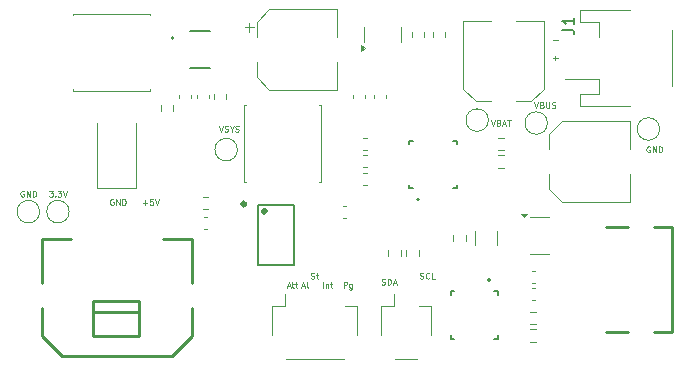
<source format=gbr>
%TF.GenerationSoftware,KiCad,Pcbnew,8.0.7*%
%TF.CreationDate,2025-01-06T14:24:51-08:00*%
%TF.ProjectId,motion-play-power,6d6f7469-6f6e-42d7-906c-61792d706f77,rev?*%
%TF.SameCoordinates,Original*%
%TF.FileFunction,Legend,Top*%
%TF.FilePolarity,Positive*%
%FSLAX46Y46*%
G04 Gerber Fmt 4.6, Leading zero omitted, Abs format (unit mm)*
G04 Created by KiCad (PCBNEW 8.0.7) date 2025-01-06 14:24:51*
%MOMM*%
%LPD*%
G01*
G04 APERTURE LIST*
%ADD10C,0.100000*%
%ADD11C,0.125000*%
%ADD12C,0.150000*%
%ADD13C,0.120000*%
%ADD14C,0.250000*%
%ADD15C,0.127000*%
%ADD16C,0.200000*%
%ADD17C,0.300000*%
G04 APERTURE END LIST*
D10*
X137934836Y-96243133D02*
X138315789Y-96243133D01*
X138125312Y-96433609D02*
X138125312Y-96052657D01*
X138791979Y-95933609D02*
X138553884Y-95933609D01*
X138553884Y-95933609D02*
X138530075Y-96171704D01*
X138530075Y-96171704D02*
X138553884Y-96147895D01*
X138553884Y-96147895D02*
X138601503Y-96124085D01*
X138601503Y-96124085D02*
X138720551Y-96124085D01*
X138720551Y-96124085D02*
X138768170Y-96147895D01*
X138768170Y-96147895D02*
X138791979Y-96171704D01*
X138791979Y-96171704D02*
X138815789Y-96219323D01*
X138815789Y-96219323D02*
X138815789Y-96338371D01*
X138815789Y-96338371D02*
X138791979Y-96385990D01*
X138791979Y-96385990D02*
X138768170Y-96409800D01*
X138768170Y-96409800D02*
X138720551Y-96433609D01*
X138720551Y-96433609D02*
X138601503Y-96433609D01*
X138601503Y-96433609D02*
X138553884Y-96409800D01*
X138553884Y-96409800D02*
X138530075Y-96385990D01*
X138958646Y-95933609D02*
X139125312Y-96433609D01*
X139125312Y-96433609D02*
X139291979Y-95933609D01*
X135446741Y-95957419D02*
X135399122Y-95933609D01*
X135399122Y-95933609D02*
X135327693Y-95933609D01*
X135327693Y-95933609D02*
X135256265Y-95957419D01*
X135256265Y-95957419D02*
X135208646Y-96005038D01*
X135208646Y-96005038D02*
X135184836Y-96052657D01*
X135184836Y-96052657D02*
X135161027Y-96147895D01*
X135161027Y-96147895D02*
X135161027Y-96219323D01*
X135161027Y-96219323D02*
X135184836Y-96314561D01*
X135184836Y-96314561D02*
X135208646Y-96362180D01*
X135208646Y-96362180D02*
X135256265Y-96409800D01*
X135256265Y-96409800D02*
X135327693Y-96433609D01*
X135327693Y-96433609D02*
X135375312Y-96433609D01*
X135375312Y-96433609D02*
X135446741Y-96409800D01*
X135446741Y-96409800D02*
X135470550Y-96385990D01*
X135470550Y-96385990D02*
X135470550Y-96219323D01*
X135470550Y-96219323D02*
X135375312Y-96219323D01*
X135684836Y-96433609D02*
X135684836Y-95933609D01*
X135684836Y-95933609D02*
X135970550Y-96433609D01*
X135970550Y-96433609D02*
X135970550Y-95933609D01*
X136208646Y-96433609D02*
X136208646Y-95933609D01*
X136208646Y-95933609D02*
X136327694Y-95933609D01*
X136327694Y-95933609D02*
X136399122Y-95957419D01*
X136399122Y-95957419D02*
X136446741Y-96005038D01*
X136446741Y-96005038D02*
X136470551Y-96052657D01*
X136470551Y-96052657D02*
X136494360Y-96147895D01*
X136494360Y-96147895D02*
X136494360Y-96219323D01*
X136494360Y-96219323D02*
X136470551Y-96314561D01*
X136470551Y-96314561D02*
X136446741Y-96362180D01*
X136446741Y-96362180D02*
X136399122Y-96409800D01*
X136399122Y-96409800D02*
X136327694Y-96433609D01*
X136327694Y-96433609D02*
X136208646Y-96433609D01*
X172684836Y-82493133D02*
X173065789Y-82493133D01*
X172684836Y-83993133D02*
X173065789Y-83993133D01*
X172875312Y-84183609D02*
X172875312Y-83802657D01*
X161411027Y-102659800D02*
X161482455Y-102683609D01*
X161482455Y-102683609D02*
X161601503Y-102683609D01*
X161601503Y-102683609D02*
X161649122Y-102659800D01*
X161649122Y-102659800D02*
X161672931Y-102635990D01*
X161672931Y-102635990D02*
X161696741Y-102588371D01*
X161696741Y-102588371D02*
X161696741Y-102540752D01*
X161696741Y-102540752D02*
X161672931Y-102493133D01*
X161672931Y-102493133D02*
X161649122Y-102469323D01*
X161649122Y-102469323D02*
X161601503Y-102445514D01*
X161601503Y-102445514D02*
X161506265Y-102421704D01*
X161506265Y-102421704D02*
X161458646Y-102397895D01*
X161458646Y-102397895D02*
X161434836Y-102374085D01*
X161434836Y-102374085D02*
X161411027Y-102326466D01*
X161411027Y-102326466D02*
X161411027Y-102278847D01*
X161411027Y-102278847D02*
X161434836Y-102231228D01*
X161434836Y-102231228D02*
X161458646Y-102207419D01*
X161458646Y-102207419D02*
X161506265Y-102183609D01*
X161506265Y-102183609D02*
X161625312Y-102183609D01*
X161625312Y-102183609D02*
X161696741Y-102207419D01*
X162196740Y-102635990D02*
X162172931Y-102659800D01*
X162172931Y-102659800D02*
X162101502Y-102683609D01*
X162101502Y-102683609D02*
X162053883Y-102683609D01*
X162053883Y-102683609D02*
X161982455Y-102659800D01*
X161982455Y-102659800D02*
X161934836Y-102612180D01*
X161934836Y-102612180D02*
X161911026Y-102564561D01*
X161911026Y-102564561D02*
X161887217Y-102469323D01*
X161887217Y-102469323D02*
X161887217Y-102397895D01*
X161887217Y-102397895D02*
X161911026Y-102302657D01*
X161911026Y-102302657D02*
X161934836Y-102255038D01*
X161934836Y-102255038D02*
X161982455Y-102207419D01*
X161982455Y-102207419D02*
X162053883Y-102183609D01*
X162053883Y-102183609D02*
X162101502Y-102183609D01*
X162101502Y-102183609D02*
X162172931Y-102207419D01*
X162172931Y-102207419D02*
X162196740Y-102231228D01*
X162649121Y-102683609D02*
X162411026Y-102683609D01*
X162411026Y-102683609D02*
X162411026Y-102183609D01*
X158161027Y-103159800D02*
X158232455Y-103183609D01*
X158232455Y-103183609D02*
X158351503Y-103183609D01*
X158351503Y-103183609D02*
X158399122Y-103159800D01*
X158399122Y-103159800D02*
X158422931Y-103135990D01*
X158422931Y-103135990D02*
X158446741Y-103088371D01*
X158446741Y-103088371D02*
X158446741Y-103040752D01*
X158446741Y-103040752D02*
X158422931Y-102993133D01*
X158422931Y-102993133D02*
X158399122Y-102969323D01*
X158399122Y-102969323D02*
X158351503Y-102945514D01*
X158351503Y-102945514D02*
X158256265Y-102921704D01*
X158256265Y-102921704D02*
X158208646Y-102897895D01*
X158208646Y-102897895D02*
X158184836Y-102874085D01*
X158184836Y-102874085D02*
X158161027Y-102826466D01*
X158161027Y-102826466D02*
X158161027Y-102778847D01*
X158161027Y-102778847D02*
X158184836Y-102731228D01*
X158184836Y-102731228D02*
X158208646Y-102707419D01*
X158208646Y-102707419D02*
X158256265Y-102683609D01*
X158256265Y-102683609D02*
X158375312Y-102683609D01*
X158375312Y-102683609D02*
X158446741Y-102707419D01*
X158661026Y-103183609D02*
X158661026Y-102683609D01*
X158661026Y-102683609D02*
X158780074Y-102683609D01*
X158780074Y-102683609D02*
X158851502Y-102707419D01*
X158851502Y-102707419D02*
X158899121Y-102755038D01*
X158899121Y-102755038D02*
X158922931Y-102802657D01*
X158922931Y-102802657D02*
X158946740Y-102897895D01*
X158946740Y-102897895D02*
X158946740Y-102969323D01*
X158946740Y-102969323D02*
X158922931Y-103064561D01*
X158922931Y-103064561D02*
X158899121Y-103112180D01*
X158899121Y-103112180D02*
X158851502Y-103159800D01*
X158851502Y-103159800D02*
X158780074Y-103183609D01*
X158780074Y-103183609D02*
X158661026Y-103183609D01*
X159137217Y-103040752D02*
X159375312Y-103040752D01*
X159089598Y-103183609D02*
X159256264Y-102683609D01*
X159256264Y-102683609D02*
X159422931Y-103183609D01*
X154934836Y-103433609D02*
X154934836Y-102933609D01*
X154934836Y-102933609D02*
X155125312Y-102933609D01*
X155125312Y-102933609D02*
X155172931Y-102957419D01*
X155172931Y-102957419D02*
X155196741Y-102981228D01*
X155196741Y-102981228D02*
X155220550Y-103028847D01*
X155220550Y-103028847D02*
X155220550Y-103100276D01*
X155220550Y-103100276D02*
X155196741Y-103147895D01*
X155196741Y-103147895D02*
X155172931Y-103171704D01*
X155172931Y-103171704D02*
X155125312Y-103195514D01*
X155125312Y-103195514D02*
X154934836Y-103195514D01*
X155649122Y-103100276D02*
X155649122Y-103505038D01*
X155649122Y-103505038D02*
X155625312Y-103552657D01*
X155625312Y-103552657D02*
X155601503Y-103576466D01*
X155601503Y-103576466D02*
X155553884Y-103600276D01*
X155553884Y-103600276D02*
X155482455Y-103600276D01*
X155482455Y-103600276D02*
X155434836Y-103576466D01*
X155649122Y-103409800D02*
X155601503Y-103433609D01*
X155601503Y-103433609D02*
X155506265Y-103433609D01*
X155506265Y-103433609D02*
X155458646Y-103409800D01*
X155458646Y-103409800D02*
X155434836Y-103385990D01*
X155434836Y-103385990D02*
X155411027Y-103338371D01*
X155411027Y-103338371D02*
X155411027Y-103195514D01*
X155411027Y-103195514D02*
X155434836Y-103147895D01*
X155434836Y-103147895D02*
X155458646Y-103124085D01*
X155458646Y-103124085D02*
X155506265Y-103100276D01*
X155506265Y-103100276D02*
X155601503Y-103100276D01*
X155601503Y-103100276D02*
X155649122Y-103124085D01*
X153184836Y-103433609D02*
X153184836Y-102933609D01*
X153422931Y-103100276D02*
X153422931Y-103433609D01*
X153422931Y-103147895D02*
X153446741Y-103124085D01*
X153446741Y-103124085D02*
X153494360Y-103100276D01*
X153494360Y-103100276D02*
X153565788Y-103100276D01*
X153565788Y-103100276D02*
X153613407Y-103124085D01*
X153613407Y-103124085D02*
X153637217Y-103171704D01*
X153637217Y-103171704D02*
X153637217Y-103433609D01*
X153803884Y-103100276D02*
X153994360Y-103100276D01*
X153875312Y-102933609D02*
X153875312Y-103362180D01*
X153875312Y-103362180D02*
X153899122Y-103409800D01*
X153899122Y-103409800D02*
X153946741Y-103433609D01*
X153946741Y-103433609D02*
X153994360Y-103433609D01*
X152161027Y-102659800D02*
X152232455Y-102683609D01*
X152232455Y-102683609D02*
X152351503Y-102683609D01*
X152351503Y-102683609D02*
X152399122Y-102659800D01*
X152399122Y-102659800D02*
X152422931Y-102635990D01*
X152422931Y-102635990D02*
X152446741Y-102588371D01*
X152446741Y-102588371D02*
X152446741Y-102540752D01*
X152446741Y-102540752D02*
X152422931Y-102493133D01*
X152422931Y-102493133D02*
X152399122Y-102469323D01*
X152399122Y-102469323D02*
X152351503Y-102445514D01*
X152351503Y-102445514D02*
X152256265Y-102421704D01*
X152256265Y-102421704D02*
X152208646Y-102397895D01*
X152208646Y-102397895D02*
X152184836Y-102374085D01*
X152184836Y-102374085D02*
X152161027Y-102326466D01*
X152161027Y-102326466D02*
X152161027Y-102278847D01*
X152161027Y-102278847D02*
X152184836Y-102231228D01*
X152184836Y-102231228D02*
X152208646Y-102207419D01*
X152208646Y-102207419D02*
X152256265Y-102183609D01*
X152256265Y-102183609D02*
X152375312Y-102183609D01*
X152375312Y-102183609D02*
X152446741Y-102207419D01*
X152589598Y-102350276D02*
X152780074Y-102350276D01*
X152661026Y-102183609D02*
X152661026Y-102612180D01*
X152661026Y-102612180D02*
X152684836Y-102659800D01*
X152684836Y-102659800D02*
X152732455Y-102683609D01*
X152732455Y-102683609D02*
X152780074Y-102683609D01*
X151411027Y-103290752D02*
X151649122Y-103290752D01*
X151363408Y-103433609D02*
X151530074Y-102933609D01*
X151530074Y-102933609D02*
X151696741Y-103433609D01*
X151934836Y-103433609D02*
X151887217Y-103409800D01*
X151887217Y-103409800D02*
X151863407Y-103362180D01*
X151863407Y-103362180D02*
X151863407Y-102933609D01*
X150161027Y-103290752D02*
X150399122Y-103290752D01*
X150113408Y-103433609D02*
X150280074Y-102933609D01*
X150280074Y-102933609D02*
X150446741Y-103433609D01*
X150541979Y-103100276D02*
X150732455Y-103100276D01*
X150613407Y-102933609D02*
X150613407Y-103362180D01*
X150613407Y-103362180D02*
X150637217Y-103409800D01*
X150637217Y-103409800D02*
X150684836Y-103433609D01*
X150684836Y-103433609D02*
X150732455Y-103433609D01*
X150827693Y-103100276D02*
X151018169Y-103100276D01*
X150899121Y-102933609D02*
X150899121Y-103362180D01*
X150899121Y-103362180D02*
X150922931Y-103409800D01*
X150922931Y-103409800D02*
X150970550Y-103433609D01*
X150970550Y-103433609D02*
X151018169Y-103433609D01*
D11*
X180869047Y-91498619D02*
X180821428Y-91474809D01*
X180821428Y-91474809D02*
X180749999Y-91474809D01*
X180749999Y-91474809D02*
X180678571Y-91498619D01*
X180678571Y-91498619D02*
X180630952Y-91546238D01*
X180630952Y-91546238D02*
X180607142Y-91593857D01*
X180607142Y-91593857D02*
X180583333Y-91689095D01*
X180583333Y-91689095D02*
X180583333Y-91760523D01*
X180583333Y-91760523D02*
X180607142Y-91855761D01*
X180607142Y-91855761D02*
X180630952Y-91903380D01*
X180630952Y-91903380D02*
X180678571Y-91951000D01*
X180678571Y-91951000D02*
X180749999Y-91974809D01*
X180749999Y-91974809D02*
X180797618Y-91974809D01*
X180797618Y-91974809D02*
X180869047Y-91951000D01*
X180869047Y-91951000D02*
X180892856Y-91927190D01*
X180892856Y-91927190D02*
X180892856Y-91760523D01*
X180892856Y-91760523D02*
X180797618Y-91760523D01*
X181107142Y-91974809D02*
X181107142Y-91474809D01*
X181107142Y-91474809D02*
X181392856Y-91974809D01*
X181392856Y-91974809D02*
X181392856Y-91474809D01*
X181630952Y-91974809D02*
X181630952Y-91474809D01*
X181630952Y-91474809D02*
X181750000Y-91474809D01*
X181750000Y-91474809D02*
X181821428Y-91498619D01*
X181821428Y-91498619D02*
X181869047Y-91546238D01*
X181869047Y-91546238D02*
X181892857Y-91593857D01*
X181892857Y-91593857D02*
X181916666Y-91689095D01*
X181916666Y-91689095D02*
X181916666Y-91760523D01*
X181916666Y-91760523D02*
X181892857Y-91855761D01*
X181892857Y-91855761D02*
X181869047Y-91903380D01*
X181869047Y-91903380D02*
X181821428Y-91951000D01*
X181821428Y-91951000D02*
X181750000Y-91974809D01*
X181750000Y-91974809D02*
X181630952Y-91974809D01*
D12*
X173454819Y-81583333D02*
X174169104Y-81583333D01*
X174169104Y-81583333D02*
X174311961Y-81630952D01*
X174311961Y-81630952D02*
X174407200Y-81726190D01*
X174407200Y-81726190D02*
X174454819Y-81869047D01*
X174454819Y-81869047D02*
X174454819Y-81964285D01*
X174454819Y-80583333D02*
X174454819Y-81154761D01*
X174454819Y-80869047D02*
X173454819Y-80869047D01*
X173454819Y-80869047D02*
X173597676Y-80964285D01*
X173597676Y-80964285D02*
X173692914Y-81059523D01*
X173692914Y-81059523D02*
X173740533Y-81154761D01*
D11*
X171083334Y-87724809D02*
X171250000Y-88224809D01*
X171250000Y-88224809D02*
X171416667Y-87724809D01*
X171750000Y-87962904D02*
X171821428Y-87986714D01*
X171821428Y-87986714D02*
X171845238Y-88010523D01*
X171845238Y-88010523D02*
X171869047Y-88058142D01*
X171869047Y-88058142D02*
X171869047Y-88129571D01*
X171869047Y-88129571D02*
X171845238Y-88177190D01*
X171845238Y-88177190D02*
X171821428Y-88201000D01*
X171821428Y-88201000D02*
X171773809Y-88224809D01*
X171773809Y-88224809D02*
X171583333Y-88224809D01*
X171583333Y-88224809D02*
X171583333Y-87724809D01*
X171583333Y-87724809D02*
X171750000Y-87724809D01*
X171750000Y-87724809D02*
X171797619Y-87748619D01*
X171797619Y-87748619D02*
X171821428Y-87772428D01*
X171821428Y-87772428D02*
X171845238Y-87820047D01*
X171845238Y-87820047D02*
X171845238Y-87867666D01*
X171845238Y-87867666D02*
X171821428Y-87915285D01*
X171821428Y-87915285D02*
X171797619Y-87939095D01*
X171797619Y-87939095D02*
X171750000Y-87962904D01*
X171750000Y-87962904D02*
X171583333Y-87962904D01*
X172083333Y-87724809D02*
X172083333Y-88129571D01*
X172083333Y-88129571D02*
X172107143Y-88177190D01*
X172107143Y-88177190D02*
X172130952Y-88201000D01*
X172130952Y-88201000D02*
X172178571Y-88224809D01*
X172178571Y-88224809D02*
X172273809Y-88224809D01*
X172273809Y-88224809D02*
X172321428Y-88201000D01*
X172321428Y-88201000D02*
X172345238Y-88177190D01*
X172345238Y-88177190D02*
X172369047Y-88129571D01*
X172369047Y-88129571D02*
X172369047Y-87724809D01*
X172583334Y-88201000D02*
X172654762Y-88224809D01*
X172654762Y-88224809D02*
X172773810Y-88224809D01*
X172773810Y-88224809D02*
X172821429Y-88201000D01*
X172821429Y-88201000D02*
X172845238Y-88177190D01*
X172845238Y-88177190D02*
X172869048Y-88129571D01*
X172869048Y-88129571D02*
X172869048Y-88081952D01*
X172869048Y-88081952D02*
X172845238Y-88034333D01*
X172845238Y-88034333D02*
X172821429Y-88010523D01*
X172821429Y-88010523D02*
X172773810Y-87986714D01*
X172773810Y-87986714D02*
X172678572Y-87962904D01*
X172678572Y-87962904D02*
X172630953Y-87939095D01*
X172630953Y-87939095D02*
X172607143Y-87915285D01*
X172607143Y-87915285D02*
X172583334Y-87867666D01*
X172583334Y-87867666D02*
X172583334Y-87820047D01*
X172583334Y-87820047D02*
X172607143Y-87772428D01*
X172607143Y-87772428D02*
X172630953Y-87748619D01*
X172630953Y-87748619D02*
X172678572Y-87724809D01*
X172678572Y-87724809D02*
X172797619Y-87724809D01*
X172797619Y-87724809D02*
X172869048Y-87748619D01*
X167428572Y-89224809D02*
X167595238Y-89724809D01*
X167595238Y-89724809D02*
X167761905Y-89224809D01*
X168095238Y-89462904D02*
X168166666Y-89486714D01*
X168166666Y-89486714D02*
X168190476Y-89510523D01*
X168190476Y-89510523D02*
X168214285Y-89558142D01*
X168214285Y-89558142D02*
X168214285Y-89629571D01*
X168214285Y-89629571D02*
X168190476Y-89677190D01*
X168190476Y-89677190D02*
X168166666Y-89701000D01*
X168166666Y-89701000D02*
X168119047Y-89724809D01*
X168119047Y-89724809D02*
X167928571Y-89724809D01*
X167928571Y-89724809D02*
X167928571Y-89224809D01*
X167928571Y-89224809D02*
X168095238Y-89224809D01*
X168095238Y-89224809D02*
X168142857Y-89248619D01*
X168142857Y-89248619D02*
X168166666Y-89272428D01*
X168166666Y-89272428D02*
X168190476Y-89320047D01*
X168190476Y-89320047D02*
X168190476Y-89367666D01*
X168190476Y-89367666D02*
X168166666Y-89415285D01*
X168166666Y-89415285D02*
X168142857Y-89439095D01*
X168142857Y-89439095D02*
X168095238Y-89462904D01*
X168095238Y-89462904D02*
X167928571Y-89462904D01*
X168404762Y-89581952D02*
X168642857Y-89581952D01*
X168357143Y-89724809D02*
X168523809Y-89224809D01*
X168523809Y-89224809D02*
X168690476Y-89724809D01*
X168785714Y-89224809D02*
X169071428Y-89224809D01*
X168928571Y-89724809D02*
X168928571Y-89224809D01*
X130011905Y-95224809D02*
X130321429Y-95224809D01*
X130321429Y-95224809D02*
X130154762Y-95415285D01*
X130154762Y-95415285D02*
X130226191Y-95415285D01*
X130226191Y-95415285D02*
X130273810Y-95439095D01*
X130273810Y-95439095D02*
X130297619Y-95462904D01*
X130297619Y-95462904D02*
X130321429Y-95510523D01*
X130321429Y-95510523D02*
X130321429Y-95629571D01*
X130321429Y-95629571D02*
X130297619Y-95677190D01*
X130297619Y-95677190D02*
X130273810Y-95701000D01*
X130273810Y-95701000D02*
X130226191Y-95724809D01*
X130226191Y-95724809D02*
X130083334Y-95724809D01*
X130083334Y-95724809D02*
X130035715Y-95701000D01*
X130035715Y-95701000D02*
X130011905Y-95677190D01*
X130535714Y-95677190D02*
X130559524Y-95701000D01*
X130559524Y-95701000D02*
X130535714Y-95724809D01*
X130535714Y-95724809D02*
X130511905Y-95701000D01*
X130511905Y-95701000D02*
X130535714Y-95677190D01*
X130535714Y-95677190D02*
X130535714Y-95724809D01*
X130726190Y-95224809D02*
X131035714Y-95224809D01*
X131035714Y-95224809D02*
X130869047Y-95415285D01*
X130869047Y-95415285D02*
X130940476Y-95415285D01*
X130940476Y-95415285D02*
X130988095Y-95439095D01*
X130988095Y-95439095D02*
X131011904Y-95462904D01*
X131011904Y-95462904D02*
X131035714Y-95510523D01*
X131035714Y-95510523D02*
X131035714Y-95629571D01*
X131035714Y-95629571D02*
X131011904Y-95677190D01*
X131011904Y-95677190D02*
X130988095Y-95701000D01*
X130988095Y-95701000D02*
X130940476Y-95724809D01*
X130940476Y-95724809D02*
X130797619Y-95724809D01*
X130797619Y-95724809D02*
X130750000Y-95701000D01*
X130750000Y-95701000D02*
X130726190Y-95677190D01*
X131178571Y-95224809D02*
X131345237Y-95724809D01*
X131345237Y-95724809D02*
X131511904Y-95224809D01*
X127869047Y-95248619D02*
X127821428Y-95224809D01*
X127821428Y-95224809D02*
X127749999Y-95224809D01*
X127749999Y-95224809D02*
X127678571Y-95248619D01*
X127678571Y-95248619D02*
X127630952Y-95296238D01*
X127630952Y-95296238D02*
X127607142Y-95343857D01*
X127607142Y-95343857D02*
X127583333Y-95439095D01*
X127583333Y-95439095D02*
X127583333Y-95510523D01*
X127583333Y-95510523D02*
X127607142Y-95605761D01*
X127607142Y-95605761D02*
X127630952Y-95653380D01*
X127630952Y-95653380D02*
X127678571Y-95701000D01*
X127678571Y-95701000D02*
X127749999Y-95724809D01*
X127749999Y-95724809D02*
X127797618Y-95724809D01*
X127797618Y-95724809D02*
X127869047Y-95701000D01*
X127869047Y-95701000D02*
X127892856Y-95677190D01*
X127892856Y-95677190D02*
X127892856Y-95510523D01*
X127892856Y-95510523D02*
X127797618Y-95510523D01*
X128107142Y-95724809D02*
X128107142Y-95224809D01*
X128107142Y-95224809D02*
X128392856Y-95724809D01*
X128392856Y-95724809D02*
X128392856Y-95224809D01*
X128630952Y-95724809D02*
X128630952Y-95224809D01*
X128630952Y-95224809D02*
X128750000Y-95224809D01*
X128750000Y-95224809D02*
X128821428Y-95248619D01*
X128821428Y-95248619D02*
X128869047Y-95296238D01*
X128869047Y-95296238D02*
X128892857Y-95343857D01*
X128892857Y-95343857D02*
X128916666Y-95439095D01*
X128916666Y-95439095D02*
X128916666Y-95510523D01*
X128916666Y-95510523D02*
X128892857Y-95605761D01*
X128892857Y-95605761D02*
X128869047Y-95653380D01*
X128869047Y-95653380D02*
X128821428Y-95701000D01*
X128821428Y-95701000D02*
X128750000Y-95724809D01*
X128750000Y-95724809D02*
X128630952Y-95724809D01*
X144392858Y-89724809D02*
X144559524Y-90224809D01*
X144559524Y-90224809D02*
X144726191Y-89724809D01*
X144869048Y-90201000D02*
X144940476Y-90224809D01*
X144940476Y-90224809D02*
X145059524Y-90224809D01*
X145059524Y-90224809D02*
X145107143Y-90201000D01*
X145107143Y-90201000D02*
X145130952Y-90177190D01*
X145130952Y-90177190D02*
X145154762Y-90129571D01*
X145154762Y-90129571D02*
X145154762Y-90081952D01*
X145154762Y-90081952D02*
X145130952Y-90034333D01*
X145130952Y-90034333D02*
X145107143Y-90010523D01*
X145107143Y-90010523D02*
X145059524Y-89986714D01*
X145059524Y-89986714D02*
X144964286Y-89962904D01*
X144964286Y-89962904D02*
X144916667Y-89939095D01*
X144916667Y-89939095D02*
X144892857Y-89915285D01*
X144892857Y-89915285D02*
X144869048Y-89867666D01*
X144869048Y-89867666D02*
X144869048Y-89820047D01*
X144869048Y-89820047D02*
X144892857Y-89772428D01*
X144892857Y-89772428D02*
X144916667Y-89748619D01*
X144916667Y-89748619D02*
X144964286Y-89724809D01*
X144964286Y-89724809D02*
X145083333Y-89724809D01*
X145083333Y-89724809D02*
X145154762Y-89748619D01*
X145464285Y-89986714D02*
X145464285Y-90224809D01*
X145297619Y-89724809D02*
X145464285Y-89986714D01*
X145464285Y-89986714D02*
X145630952Y-89724809D01*
X145773809Y-90201000D02*
X145845237Y-90224809D01*
X145845237Y-90224809D02*
X145964285Y-90224809D01*
X145964285Y-90224809D02*
X146011904Y-90201000D01*
X146011904Y-90201000D02*
X146035713Y-90177190D01*
X146035713Y-90177190D02*
X146059523Y-90129571D01*
X146059523Y-90129571D02*
X146059523Y-90081952D01*
X146059523Y-90081952D02*
X146035713Y-90034333D01*
X146035713Y-90034333D02*
X146011904Y-90010523D01*
X146011904Y-90010523D02*
X145964285Y-89986714D01*
X145964285Y-89986714D02*
X145869047Y-89962904D01*
X145869047Y-89962904D02*
X145821428Y-89939095D01*
X145821428Y-89939095D02*
X145797618Y-89915285D01*
X145797618Y-89915285D02*
X145773809Y-89867666D01*
X145773809Y-89867666D02*
X145773809Y-89820047D01*
X145773809Y-89820047D02*
X145797618Y-89772428D01*
X145797618Y-89772428D02*
X145821428Y-89748619D01*
X145821428Y-89748619D02*
X145869047Y-89724809D01*
X145869047Y-89724809D02*
X145988094Y-89724809D01*
X145988094Y-89724809D02*
X146059523Y-89748619D01*
D13*
%TO.C,R5*%
X164227500Y-99487258D02*
X164227500Y-99012742D01*
X165272500Y-99487258D02*
X165272500Y-99012742D01*
%TO.C,GND*%
X181700000Y-90000000D02*
G75*
G02*
X179800000Y-90000000I-950000J0D01*
G01*
X179800000Y-90000000D02*
G75*
G02*
X181700000Y-90000000I950000J0D01*
G01*
%TO.C,C9*%
X142490000Y-87390580D02*
X142490000Y-87109420D01*
X143510000Y-87390580D02*
X143510000Y-87109420D01*
%TO.C,R2*%
X171237258Y-105477500D02*
X170762742Y-105477500D01*
X171237258Y-106522500D02*
X170762742Y-106522500D01*
D14*
%TO.C,USBC1*%
X179012500Y-98280000D02*
X177152500Y-98280000D01*
X179012500Y-107220000D02*
X177152500Y-107220000D01*
X182732500Y-98280000D02*
X181252500Y-98280000D01*
X182732500Y-98280000D02*
X182732500Y-107220000D01*
X182732500Y-107220000D02*
X181252500Y-107220000D01*
D13*
%TO.C,C12*%
X143109420Y-97490000D02*
X143390580Y-97490000D01*
X143109420Y-98510000D02*
X143390580Y-98510000D01*
%TO.C,U2*%
X171500000Y-97440000D02*
X170700000Y-97440000D01*
X171500000Y-97440000D02*
X172300000Y-97440000D01*
X171500000Y-100560000D02*
X170700000Y-100560000D01*
X171500000Y-100560000D02*
X172300000Y-100560000D01*
X170200000Y-97490000D02*
X169960000Y-97160000D01*
X170440000Y-97160000D01*
X170200000Y-97490000D01*
G36*
X170200000Y-97490000D02*
G01*
X169960000Y-97160000D01*
X170440000Y-97160000D01*
X170200000Y-97490000D01*
G37*
%TO.C,R11*%
X143487258Y-95727500D02*
X143012742Y-95727500D01*
X143487258Y-96772500D02*
X143012742Y-96772500D01*
%TO.C,C3*%
X156890580Y-90740000D02*
X156609420Y-90740000D01*
X156890580Y-91760000D02*
X156609420Y-91760000D01*
%TO.C,C13*%
X165090000Y-80840000D02*
X167440000Y-80840000D01*
X165090000Y-86595563D02*
X165090000Y-80840000D01*
X166154437Y-87660000D02*
X165090000Y-86595563D01*
X166154437Y-87660000D02*
X167440000Y-87660000D01*
X170845563Y-87660000D02*
X169560000Y-87660000D01*
X170845563Y-87660000D02*
X171910000Y-86595563D01*
X171910000Y-80840000D02*
X169560000Y-80840000D01*
X171910000Y-86595563D02*
X171910000Y-80840000D01*
%TO.C,L1*%
X146490000Y-87990000D02*
X146640000Y-87990000D01*
X146490000Y-94510000D02*
X146490000Y-87990000D01*
X146490000Y-94510000D02*
X146640000Y-94510000D01*
X153010000Y-87990000D02*
X152860000Y-87990000D01*
X153010000Y-94510000D02*
X152860000Y-94510000D01*
X153010000Y-94510000D02*
X153010000Y-87990000D01*
%TO.C,C6*%
X157490000Y-87109420D02*
X157490000Y-87390580D01*
X158510000Y-87109420D02*
X158510000Y-87390580D01*
%TO.C,J1*%
X174940000Y-79940000D02*
X174940000Y-80960000D01*
X174940000Y-80960000D02*
X176540000Y-80960000D01*
X174940000Y-87040000D02*
X176540000Y-87040000D01*
X174940000Y-88060000D02*
X174940000Y-87040000D01*
X176540000Y-80960000D02*
X176540000Y-82240000D01*
X176540000Y-85760000D02*
X173650000Y-85760000D01*
X176540000Y-87040000D02*
X176540000Y-85760000D01*
X179190000Y-79940000D02*
X174940000Y-79940000D01*
X179190000Y-88060000D02*
X174940000Y-88060000D01*
X182760000Y-86340000D02*
X182760000Y-81660000D01*
%TO.C,D1*%
X137400000Y-95010000D02*
X137400000Y-89500000D01*
X134100000Y-95010000D02*
X137400000Y-95010000D01*
X134100000Y-95010000D02*
X134100000Y-89500000D01*
%TO.C,R9*%
X143977500Y-87012742D02*
X143977500Y-87487258D01*
X145022500Y-87012742D02*
X145022500Y-87487258D01*
%TO.C,J4*%
X148890000Y-104965000D02*
X149940000Y-104965000D01*
X148890000Y-107465000D02*
X148890000Y-104965000D01*
X149940000Y-104965000D02*
X149940000Y-103975000D01*
X150060000Y-109435000D02*
X154940000Y-109435000D01*
X156110000Y-104965000D02*
X155060000Y-104965000D01*
X156110000Y-107465000D02*
X156110000Y-104965000D01*
%TO.C,R6*%
X168487258Y-92227500D02*
X168012742Y-92227500D01*
X168487258Y-93272500D02*
X168012742Y-93272500D01*
%TO.C,R10*%
X139477500Y-88487258D02*
X139477500Y-88012742D01*
X140522500Y-88487258D02*
X140522500Y-88012742D01*
%TO.C,TH1*%
X168487258Y-90727500D02*
X168012742Y-90727500D01*
X168487258Y-91772500D02*
X168012742Y-91772500D01*
%TO.C,C1*%
X170859420Y-101990000D02*
X171140580Y-101990000D01*
X170859420Y-103010000D02*
X171140580Y-103010000D01*
D15*
%TO.C,U3*%
X160500000Y-91000000D02*
X160500000Y-91295000D01*
X160500000Y-91000000D02*
X160795000Y-91000000D01*
X160500000Y-95000000D02*
X160500000Y-94705000D01*
X160500000Y-95000000D02*
X160795000Y-95000000D01*
X164500000Y-91000000D02*
X164205000Y-91000000D01*
X164500000Y-91000000D02*
X164500000Y-91295000D01*
X164500000Y-95000000D02*
X164205000Y-95000000D01*
X164500000Y-95000000D02*
X164500000Y-94705000D01*
D16*
X161350000Y-95975000D02*
G75*
G02*
X161150000Y-95975000I-100000J0D01*
G01*
X161150000Y-95975000D02*
G75*
G02*
X161350000Y-95975000I100000J0D01*
G01*
D13*
%TO.C,C5*%
X156890580Y-92240000D02*
X156609420Y-92240000D01*
X156890580Y-93260000D02*
X156609420Y-93260000D01*
%TO.C,R8*%
X162477500Y-81762742D02*
X162477500Y-82237258D01*
X163522500Y-81762742D02*
X163522500Y-82237258D01*
D14*
%TO.C,CN1*%
X129420000Y-99317500D02*
X131870000Y-99317500D01*
X129420000Y-103017500D02*
X129420000Y-99317500D01*
X129420000Y-107567500D02*
X129420000Y-105177500D01*
X131090000Y-109217500D02*
X129420000Y-107567500D01*
X133720000Y-104557500D02*
X137620000Y-104557500D01*
X133720000Y-104557500D02*
X137620000Y-104557500D01*
X133720000Y-105457500D02*
X137620000Y-105457500D01*
X133720000Y-107557500D02*
X133720000Y-104557500D01*
X137620000Y-104557500D02*
X137620000Y-107557500D01*
X137620000Y-104557500D02*
X137620000Y-107557500D01*
X137620000Y-107557500D02*
X133720000Y-107557500D01*
X137620000Y-107557500D02*
X133720000Y-107557500D01*
X140410000Y-109217500D02*
X131090000Y-109217500D01*
X142080000Y-99317500D02*
X139630000Y-99317500D01*
X142080000Y-103017500D02*
X142080000Y-99317500D01*
X142080000Y-105177500D02*
X142080000Y-107547500D01*
X142080000Y-107547500D02*
X140410000Y-109217500D01*
D13*
%TO.C,C8*%
X146562500Y-81402500D02*
X147350000Y-81402500D01*
X146956250Y-81008750D02*
X146956250Y-81796250D01*
X147590000Y-80904437D02*
X147590000Y-82190000D01*
X147590000Y-80904437D02*
X148654437Y-79840000D01*
X147590000Y-85595563D02*
X147590000Y-84310000D01*
X147590000Y-85595563D02*
X148654437Y-86660000D01*
X148654437Y-79840000D02*
X154410000Y-79840000D01*
X148654437Y-86660000D02*
X154410000Y-86660000D01*
X154410000Y-79840000D02*
X154410000Y-82190000D01*
X154410000Y-86660000D02*
X154410000Y-84310000D01*
%TO.C,TP3*%
X172200000Y-89500000D02*
G75*
G02*
X170300000Y-89500000I-950000J0D01*
G01*
X170300000Y-89500000D02*
G75*
G02*
X172200000Y-89500000I950000J0D01*
G01*
%TO.C,R1*%
X171237258Y-106977500D02*
X170762742Y-106977500D01*
X171237258Y-108022500D02*
X170762742Y-108022500D01*
%TO.C,VBAT*%
X167200000Y-89250000D02*
G75*
G02*
X165300000Y-89250000I-950000J0D01*
G01*
X165300000Y-89250000D02*
G75*
G02*
X167200000Y-89250000I950000J0D01*
G01*
%TO.C,3.3V*%
X131700000Y-97000000D02*
G75*
G02*
X129800000Y-97000000I-950000J0D01*
G01*
X129800000Y-97000000D02*
G75*
G02*
X131700000Y-97000000I950000J0D01*
G01*
%TO.C,R7*%
X160727500Y-81762742D02*
X160727500Y-82237258D01*
X161772500Y-81762742D02*
X161772500Y-82237258D01*
%TO.C,Q1*%
X156690000Y-82000000D02*
X156690000Y-81350000D01*
X156690000Y-82000000D02*
X156690000Y-82650000D01*
X159810000Y-82000000D02*
X159810000Y-81350000D01*
X159810000Y-82000000D02*
X159810000Y-82650000D01*
X156740000Y-83162500D02*
X156410000Y-83402500D01*
X156410000Y-82922500D01*
X156740000Y-83162500D01*
G36*
X156740000Y-83162500D02*
G01*
X156410000Y-83402500D01*
X156410000Y-82922500D01*
X156740000Y-83162500D01*
G37*
%TO.C,L2*%
X131990000Y-80240000D02*
X131990000Y-80390000D01*
X131990000Y-86760000D02*
X131990000Y-86610000D01*
X138510000Y-80240000D02*
X131990000Y-80240000D01*
X138510000Y-80240000D02*
X138510000Y-80390000D01*
X138510000Y-86760000D02*
X131990000Y-86760000D01*
X138510000Y-86760000D02*
X138510000Y-86610000D01*
%TO.C,J3*%
X158140000Y-104965000D02*
X159190000Y-104965000D01*
X158140000Y-107465000D02*
X158140000Y-104965000D01*
X159190000Y-104965000D02*
X159190000Y-103975000D01*
X159310000Y-109435000D02*
X161190000Y-109435000D01*
X162360000Y-104965000D02*
X161310000Y-104965000D01*
X162360000Y-107465000D02*
X162360000Y-104965000D01*
D15*
%TO.C,U1*%
X164000000Y-103750000D02*
X164000000Y-104050000D01*
X164000000Y-103750000D02*
X164300000Y-103750000D01*
X164000000Y-107750000D02*
X164000000Y-107450000D01*
X164000000Y-107750000D02*
X164300000Y-107750000D01*
X168000000Y-103750000D02*
X167700000Y-103750000D01*
X168000000Y-103750000D02*
X168000000Y-104050000D01*
X168000000Y-107750000D02*
X167700000Y-107750000D01*
X168000000Y-107750000D02*
X168000000Y-107450000D01*
D16*
X167350000Y-102775000D02*
G75*
G02*
X167150000Y-102775000I-100000J0D01*
G01*
X167150000Y-102775000D02*
G75*
G02*
X167350000Y-102775000I100000J0D01*
G01*
D12*
%TO.C,U5*%
X147730000Y-96470000D02*
X150770000Y-96470000D01*
X147730000Y-101530000D02*
X147730000Y-96470000D01*
X150770000Y-96470000D02*
X150770000Y-101530000D01*
X150770000Y-101530000D02*
X147730000Y-101530000D01*
D17*
X146630000Y-96360000D02*
G75*
G02*
X146330000Y-96360000I-150000J0D01*
G01*
X146330000Y-96360000D02*
G75*
G02*
X146630000Y-96360000I150000J0D01*
G01*
X148380000Y-96970000D02*
G75*
G02*
X148080000Y-96970000I-150000J0D01*
G01*
X148080000Y-96970000D02*
G75*
G02*
X148380000Y-96970000I150000J0D01*
G01*
D13*
%TO.C,C4*%
X156890580Y-93740000D02*
X156609420Y-93740000D01*
X156890580Y-94760000D02*
X156609420Y-94760000D01*
%TO.C,R3*%
X158727500Y-100737258D02*
X158727500Y-100262742D01*
X159772500Y-100737258D02*
X159772500Y-100262742D01*
%TO.C,C10*%
X140990000Y-87390580D02*
X140990000Y-87109420D01*
X142010000Y-87390580D02*
X142010000Y-87109420D01*
%TO.C,R4*%
X160237500Y-100737258D02*
X160237500Y-100262742D01*
X161282500Y-100737258D02*
X161282500Y-100262742D01*
%TO.C,F1*%
X166090000Y-99852064D02*
X166090000Y-98647936D01*
X167910000Y-99852064D02*
X167910000Y-98647936D01*
%TO.C,C14*%
X172340000Y-90404437D02*
X172340000Y-91690000D01*
X172340000Y-90404437D02*
X173404437Y-89340000D01*
X172340000Y-95095563D02*
X172340000Y-93810000D01*
X172340000Y-95095563D02*
X173404437Y-96160000D01*
X173404437Y-89340000D02*
X179160000Y-89340000D01*
X173404437Y-96160000D02*
X179160000Y-96160000D01*
X179160000Y-89340000D02*
X179160000Y-91690000D01*
X179160000Y-96160000D02*
X179160000Y-93810000D01*
%TO.C,GND*%
X129200000Y-97000000D02*
G75*
G02*
X127300000Y-97000000I-950000J0D01*
G01*
X127300000Y-97000000D02*
G75*
G02*
X129200000Y-97000000I950000J0D01*
G01*
%TO.C,C7*%
X155740000Y-87109420D02*
X155740000Y-87390580D01*
X156760000Y-87109420D02*
X156760000Y-87390580D01*
%TO.C,C2*%
X170859420Y-103500000D02*
X171140580Y-103500000D01*
X170859420Y-104520000D02*
X171140580Y-104520000D01*
%TO.C,VSYS*%
X145950000Y-91750000D02*
G75*
G02*
X144050000Y-91750000I-950000J0D01*
G01*
X144050000Y-91750000D02*
G75*
G02*
X145950000Y-91750000I950000J0D01*
G01*
D15*
%TO.C,U4*%
X141900000Y-81685000D02*
X143600000Y-81685000D01*
X143600000Y-84815000D02*
X141900000Y-84815000D01*
D16*
X140545000Y-82300000D02*
G75*
G02*
X140345000Y-82300000I-100000J0D01*
G01*
X140345000Y-82300000D02*
G75*
G02*
X140545000Y-82300000I100000J0D01*
G01*
D13*
%TO.C,C11*%
X155140580Y-96490000D02*
X154859420Y-96490000D01*
X155140580Y-97510000D02*
X154859420Y-97510000D01*
%TD*%
M02*

</source>
